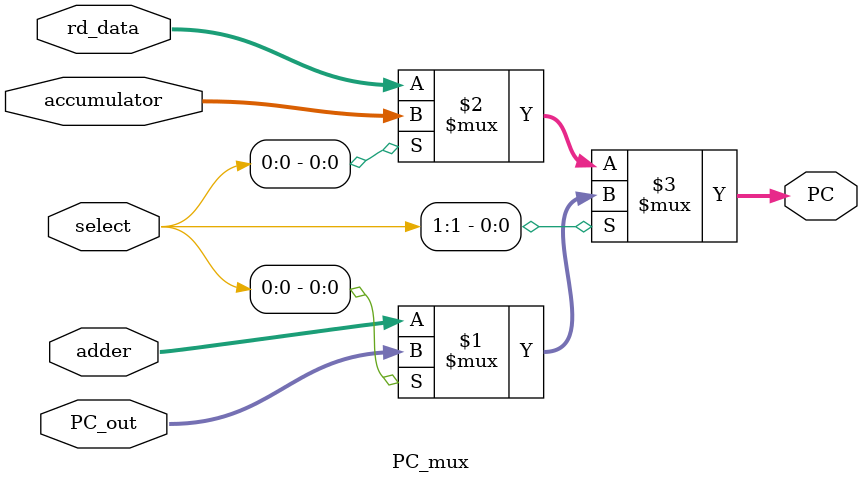
<source format=v>
module PC_mux(
input [7:0] rd_data, accumulator, adder, PC_out, 
input [1:0] select,
output [7:0] PC
    );
 // takes input from accumulator ,PC , adder, and read data depending on select line
   assign PC = (select[1])? (select[0]?  PC_out : adder) : (select[0]? accumulator : rd_data);
      
endmodule

</source>
